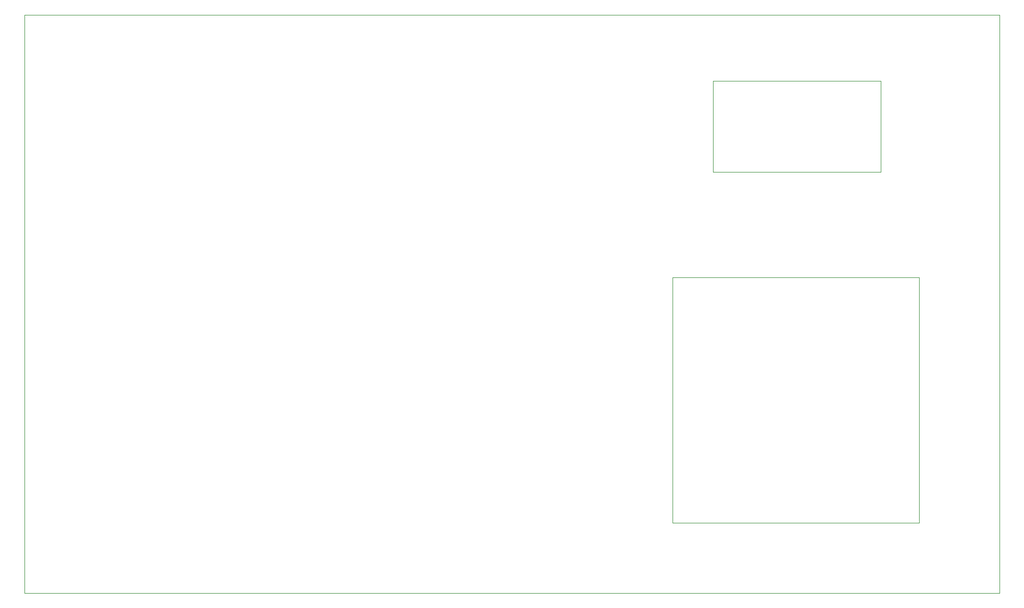
<source format=gbr>
%TF.GenerationSoftware,KiCad,Pcbnew,9.0.2*%
%TF.CreationDate,2025-08-22T18:26:35+01:00*%
%TF.ProjectId,MC8P_MIDI_CONTROLLER,4d433850-5f4d-4494-9449-5f434f4e5452,rev?*%
%TF.SameCoordinates,Original*%
%TF.FileFunction,Profile,NP*%
%FSLAX46Y46*%
G04 Gerber Fmt 4.6, Leading zero omitted, Abs format (unit mm)*
G04 Created by KiCad (PCBNEW 9.0.2) date 2025-08-22 18:26:35*
%MOMM*%
%LPD*%
G01*
G04 APERTURE LIST*
%TA.AperFunction,Profile*%
%ADD10C,0.100000*%
%TD*%
G04 APERTURE END LIST*
D10*
X20000000Y-112000000D02*
X174980000Y-112000000D01*
X174980000Y-204000000D01*
X20000000Y-204000000D01*
X20000000Y-112000000D01*
X129440000Y-122505000D02*
X156140000Y-122505000D01*
X156140000Y-137000000D01*
X129440000Y-137000000D01*
X129440000Y-122505000D01*
X122980000Y-153750000D02*
X162235000Y-153750000D01*
X162235000Y-192775000D01*
X122980000Y-192775000D01*
X122980000Y-153750000D01*
M02*

</source>
